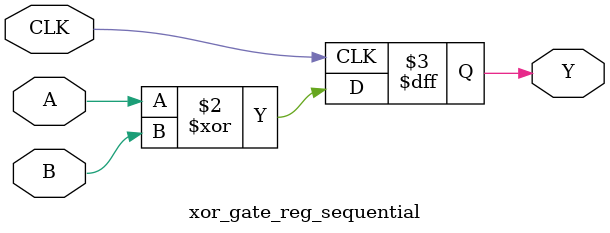
<source format=v>

module xor_gate_reg_sequential
(
  input CLK,
  input A,
  input B,
  output Y
);

  reg Y;

  always @(posedge CLK) begin
    Y <= A ^ B;
  end


endmodule

</source>
